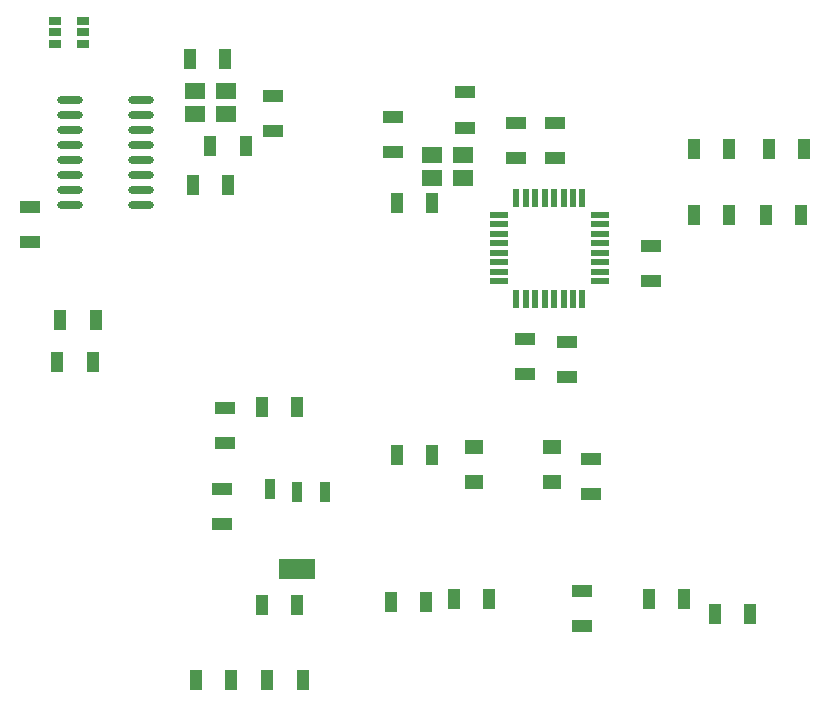
<source format=gtp>
G04*
G04 #@! TF.GenerationSoftware,Altium Limited,Altium Designer,23.9.2 (47)*
G04*
G04 Layer_Color=8421504*
%FSLAX44Y44*%
%MOMM*%
G71*
G04*
G04 #@! TF.SameCoordinates,6B7264D5-F0A4-4F38-8353-537565517FE9*
G04*
G04*
G04 #@! TF.FilePolarity,Positive*
G04*
G01*
G75*
%ADD19R,1.1176X1.8034*%
%ADD20R,1.8034X1.1176*%
%ADD21R,1.5000X1.2000*%
%ADD22R,0.8382X1.7000*%
%ADD23R,3.0988X1.7000*%
%ADD24R,1.8000X1.4000*%
%ADD25R,0.5080X1.6500*%
%ADD26R,1.6500X0.5080*%
%ADD27O,2.2000X0.6096*%
%ADD28R,1.0000X0.7000*%
D19*
X271780Y259080D02*
D03*
X241808D02*
D03*
X355854Y218440D02*
D03*
X385826D02*
D03*
X404114Y96520D02*
D03*
X434086D02*
D03*
X380746Y93980D02*
D03*
X350774D02*
D03*
X599186Y96520D02*
D03*
X569214D02*
D03*
X655066Y83820D02*
D03*
X625094D02*
D03*
X698246Y421640D02*
D03*
X668274D02*
D03*
X701040Y477520D02*
D03*
X671068D02*
D03*
X637286Y421640D02*
D03*
X607314D02*
D03*
X637286Y477520D02*
D03*
X607314D02*
D03*
X213106Y447040D02*
D03*
X183134D02*
D03*
X228092Y480060D02*
D03*
X198120D02*
D03*
X180594Y553720D02*
D03*
X210566D02*
D03*
X101092Y332740D02*
D03*
X71120D02*
D03*
X241554Y91440D02*
D03*
X271526D02*
D03*
X276352Y27940D02*
D03*
X246380D02*
D03*
X215646D02*
D03*
X185674D02*
D03*
X68580Y297180D02*
D03*
X98552D02*
D03*
X385826Y431800D02*
D03*
X355854D02*
D03*
D20*
X513080Y73914D02*
D03*
Y103886D02*
D03*
X500380Y284734D02*
D03*
Y314706D02*
D03*
X464820Y317246D02*
D03*
Y287274D02*
D03*
X571500Y395986D02*
D03*
Y366014D02*
D03*
X490220Y469900D02*
D03*
Y499872D02*
D03*
X457200Y470154D02*
D03*
Y500126D02*
D03*
X414020Y495808D02*
D03*
Y525780D02*
D03*
X353060Y475234D02*
D03*
Y505206D02*
D03*
X251460Y522986D02*
D03*
Y493014D02*
D03*
X45720Y429006D02*
D03*
Y399034D02*
D03*
X208280Y160274D02*
D03*
Y190246D02*
D03*
X210820Y258826D02*
D03*
Y228854D02*
D03*
X520700Y185674D02*
D03*
Y215646D02*
D03*
D21*
X487660Y225820D02*
D03*
X421660Y195820D02*
D03*
Y225820D02*
D03*
X487660Y195820D02*
D03*
D22*
X248666Y189940D02*
D03*
X271780Y187440D02*
D03*
X294894D02*
D03*
D23*
X271780Y122440D02*
D03*
D24*
X211320Y507960D02*
D03*
X184920Y527360D02*
D03*
X211320D02*
D03*
X184920Y507960D02*
D03*
X385580Y472480D02*
D03*
X411980Y453080D02*
D03*
X385580D02*
D03*
X411980Y472480D02*
D03*
D25*
X513080Y350900D02*
D03*
X505206D02*
D03*
X497078D02*
D03*
X489204D02*
D03*
X481076D02*
D03*
X473202D02*
D03*
X465074D02*
D03*
X457200D02*
D03*
Y436500D02*
D03*
X465074D02*
D03*
X473202D02*
D03*
X481076D02*
D03*
X489204D02*
D03*
X497078D02*
D03*
X505206D02*
D03*
X513080D02*
D03*
D26*
X527940Y422130D02*
D03*
Y414256D02*
D03*
Y406128D02*
D03*
Y398254D02*
D03*
Y390126D02*
D03*
Y382252D02*
D03*
Y374124D02*
D03*
Y366250D02*
D03*
X442340D02*
D03*
Y374124D02*
D03*
Y382252D02*
D03*
Y390126D02*
D03*
Y398254D02*
D03*
Y406128D02*
D03*
Y414256D02*
D03*
Y422130D02*
D03*
D27*
X138938Y430530D02*
D03*
Y443230D02*
D03*
Y455930D02*
D03*
Y468630D02*
D03*
Y481330D02*
D03*
Y494030D02*
D03*
Y506730D02*
D03*
Y519430D02*
D03*
X79502D02*
D03*
Y506730D02*
D03*
Y494030D02*
D03*
Y481330D02*
D03*
Y468630D02*
D03*
Y455930D02*
D03*
Y443230D02*
D03*
Y430530D02*
D03*
D28*
X90365Y567080D02*
D03*
Y576580D02*
D03*
Y586080D02*
D03*
X66740D02*
D03*
Y576580D02*
D03*
Y567080D02*
D03*
M02*

</source>
